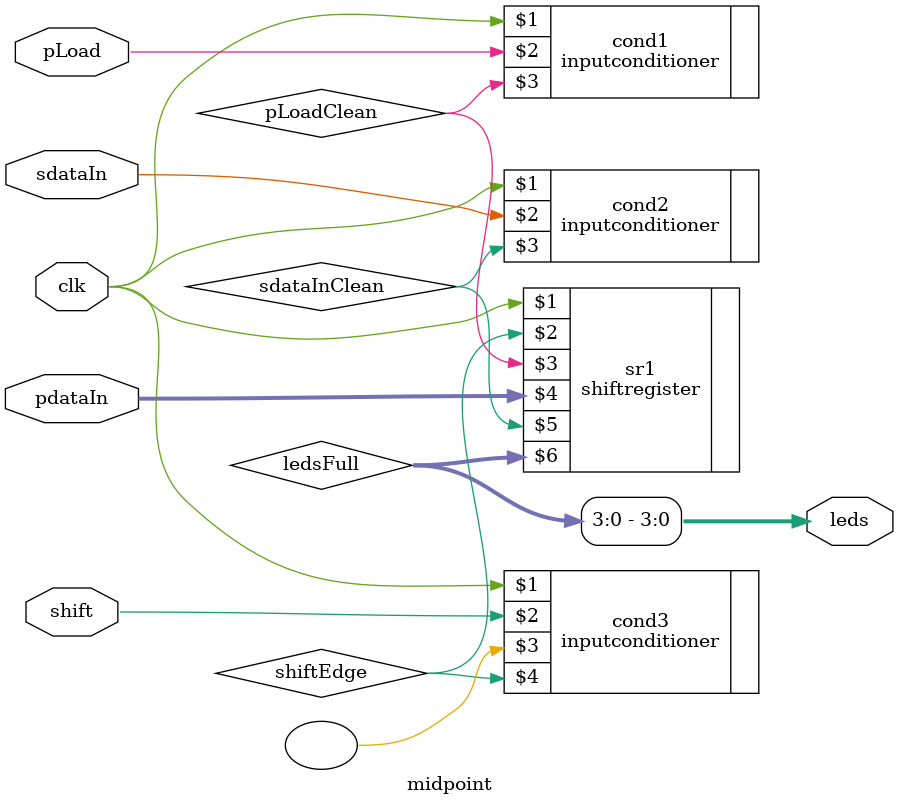
<source format=v>

`include "inputconditioner.v"
`include "shiftregister.v"

module hw_wrapper(
	input clk,
	input [3:0] sw,
	input [3:0] btn,
	output [3:0] led
);
	
	midpoint device(clk, btn[0], 8'hA5, sw[1], sw[0], led);
endmodule


module midpoint(
	input clk,
	input pLoad,
	input [7:0] pdataIn,
	input shift,
	input sdataIn,
	output [3:0] leds
);
	
	wire pLoadClean, sdataInClean, shiftEdge;
	wire [7:0] ledsFull;

	inputconditioner cond1(clk, pLoad, pLoadClean, , );
	inputconditioner cond2(clk, sdataIn, sdataInClean, , );
	inputconditioner cond3(clk, shift, , shiftEdge, );

	shiftregister #(8) sr1(clk, shiftEdge, pLoadClean, pdataIn, sdataInClean, ledsFull, );
	assign leds = ledsFull[7:0];

endmodule

</source>
